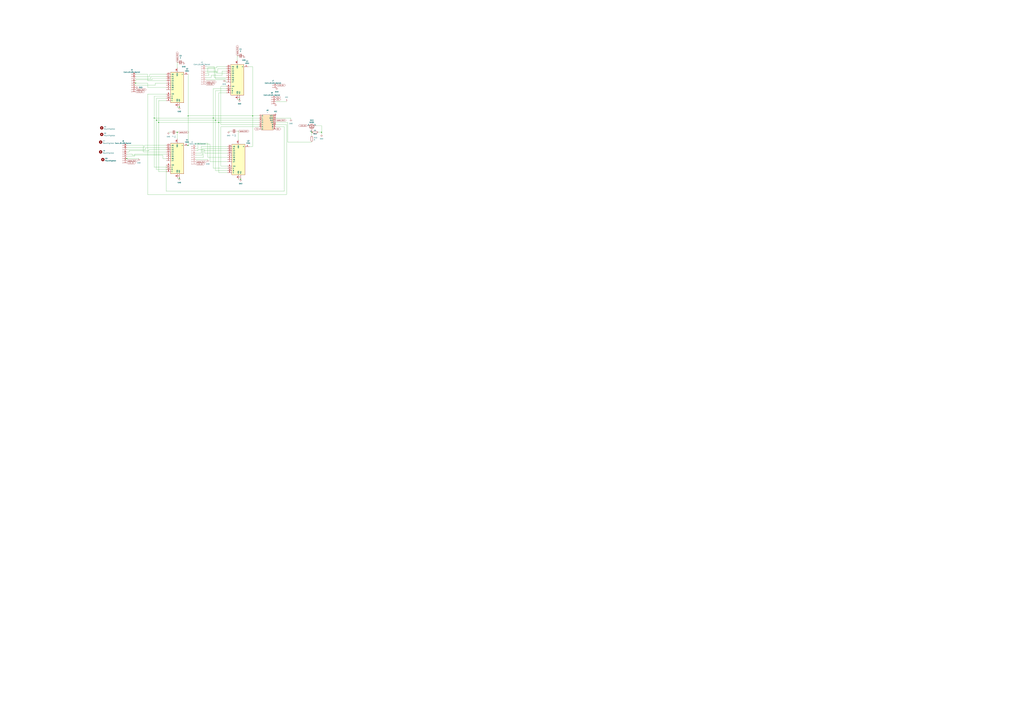
<source format=kicad_sch>
(kicad_sch (version 20250114) (generator "eeschema") (generator_version "9.0")
  (paper "A0")
  (lib_symbols
    (symbol "4xxx:4051" (pin_names (offset 1.016))
      (property "Reference" "U" (at -7.62 19.05 0))
      (property "Value" "4051" (at -7.62 -19.05 0))
      (symbol "4051_1_0"
        (pin passive line (at -12.7 15.24 0) (length 5.08) (name "X0") (number "13"))
        (pin passive line (at -12.7 12.7 0) (length 5.08) (name "X1") (number "14"))
        (pin passive line (at -12.7 10.16 0) (length 5.08) (name "X2") (number "15"))
        (pin passive line (at -12.7 7.62 0) (length 5.08) (name "X3") (number "12"))
        (pin passive line (at -12.7 5.08 0) (length 5.08) (name "X4") (number "1"))
        (pin passive line (at -12.7 2.54 0) (length 5.08) (name "X5") (number "5"))
        (pin passive line (at -12.7 0 0) (length 5.08) (name "X6") (number "2"))
        (pin passive line (at -12.7 -2.54 0) (length 5.08) (name "X7") (number "4"))
        (pin input line (at -12.7 -7.62 0) (length 5.08) (name "Inh") (number "6"))
        (pin input line (at -12.7 -10.16 0) (length 5.08) (name "A") (number "11"))
        (pin input line (at -12.7 -12.7 0) (length 5.08) (name "B") (number "10"))
        (pin input line (at -12.7 -15.24 0) (length 5.08) (name "C") (number "9"))
        (pin power_in line (at 0 22.86 270) (length 5.08) (name "VDD") (number "16"))
        (pin power_in line (at 0 -22.86 90) (length 5.08) (name "VSS") (number "8"))
        (pin power_in line (at 2.54 -22.86 90) (length 5.08) (name "VEE") (number "7"))
        (pin passive line (at 12.7 15.24 180) (length 5.08) (name "X") (number "3"))
      )
      (symbol "4051_1_1"
        (rectangle (start -7.62 17.78) (end 7.62 -17.78) (stroke (width 0.254)) (fill (type background)))
      )
    )
    (symbol "Connector:Conn_01x02_Socket" (pin_names (offset 1.016) (hide yes))
      (property "Reference" "J" (at 0 2.54 0))
      (property "Value" "Conn_01x02_Socket" (at 0 -5.08 0))
      (symbol "Conn_01x02_Socket_1_1"
        (polyline (pts (xy -1.27 0) (xy -0.508 0)) (stroke (width 0.1524)))
        (polyline (pts (xy -1.27 -2.54) (xy -0.508 -2.54)) (stroke (width 0.1524)))
        (arc (start 0 -0.508) (mid -0.5058 0) (end 0 0.508) (stroke (width 0.1524)))
        (arc (start 0 -3.048) (mid -0.5058 -2.54) (end 0 -2.032) (stroke (width 0.1524)))
        (pin passive line (at -5.08 0 0) (length 3.81) (name "Pin_1") (number "1"))
        (pin passive line (at -5.08 -2.54 0) (length 3.81) (name "Pin_2") (number "2"))
      )
    )
    (symbol "Connector:Conn_01x04_Socket" (pin_names (offset 1.016) (hide yes))
      (property "Reference" "J" (at 0 5.08 0))
      (property "Value" "Conn_01x04_Socket" (at 0 -7.62 0))
      (symbol "Conn_01x04_Socket_1_1"
        (polyline (pts (xy -1.27 2.54) (xy -0.508 2.54)) (stroke (width 0.1524)))
        (polyline (pts (xy -1.27 0) (xy -0.508 0)) (stroke (width 0.1524)))
        (polyline (pts (xy -1.27 -2.54) (xy -0.508 -2.54)) (stroke (width 0.1524)))
        (polyline (pts (xy -1.27 -5.08) (xy -0.508 -5.08)) (stroke (width 0.1524)))
        (arc (start 0 2.032) (mid -0.5058 2.54) (end 0 3.048) (stroke (width 0.1524)))
        (arc (start 0 -0.508) (mid -0.5058 0) (end 0 0.508) (stroke (width 0.1524)))
        (arc (start 0 -3.048) (mid -0.5058 -2.54) (end 0 -2.032) (stroke (width 0.1524)))
        (arc (start 0 -5.588) (mid -0.5058 -5.08) (end 0 -4.572) (stroke (width 0.1524)))
        (pin passive line (at -5.08 2.54 0) (length 3.81) (name "Pin_1") (number "1"))
        (pin passive line (at -5.08 0 0) (length 3.81) (name "Pin_2") (number "2"))
        (pin passive line (at -5.08 -2.54 0) (length 3.81) (name "Pin_3") (number "3"))
        (pin passive line (at -5.08 -5.08 0) (length 3.81) (name "Pin_4") (number "4"))
      )
    )
    (symbol "Connector:Conn_01x09_Socket" (pin_names (offset 1.016) (hide yes))
      (property "Reference" "J" (at 0 12.7 0))
      (property "Value" "Conn_01x09_Socket" (at 0 -12.7 0))
      (symbol "Conn_01x09_Socket_1_1"
        (polyline (pts (xy -1.27 10.16) (xy -0.508 10.16)) (stroke (width 0.1524)))
        (polyline (pts (xy -1.27 7.62) (xy -0.508 7.62)) (stroke (width 0.1524)))
        (polyline (pts (xy -1.27 5.08) (xy -0.508 5.08)) (stroke (width 0.1524)))
        (polyline (pts (xy -1.27 2.54) (xy -0.508 2.54)) (stroke (width 0.1524)))
        (polyline (pts (xy -1.27 0) (xy -0.508 0)) (stroke (width 0.1524)))
        (polyline (pts (xy -1.27 -2.54) (xy -0.508 -2.54)) (stroke (width 0.1524)))
        (polyline (pts (xy -1.27 -5.08) (xy -0.508 -5.08)) (stroke (width 0.1524)))
        (polyline (pts (xy -1.27 -7.62) (xy -0.508 -7.62)) (stroke (width 0.1524)))
        (polyline (pts (xy -1.27 -10.16) (xy -0.508 -10.16)) (stroke (width 0.1524)))
        (arc (start 0 9.652) (mid -0.5058 10.16) (end 0 10.668) (stroke (width 0.1524)))
        (arc (start 0 7.112) (mid -0.5058 7.62) (end 0 8.128) (stroke (width 0.1524)))
        (arc (start 0 4.572) (mid -0.5058 5.08) (end 0 5.588) (stroke (width 0.1524)))
        (arc (start 0 2.032) (mid -0.5058 2.54) (end 0 3.048) (stroke (width 0.1524)))
        (arc (start 0 -0.508) (mid -0.5058 0) (end 0 0.508) (stroke (width 0.1524)))
        (arc (start 0 -3.048) (mid -0.5058 -2.54) (end 0 -2.032) (stroke (width 0.1524)))
        (arc (start 0 -5.588) (mid -0.5058 -5.08) (end 0 -4.572) (stroke (width 0.1524)))
        (arc (start 0 -8.128) (mid -0.5058 -7.62) (end 0 -7.112) (stroke (width 0.1524)))
        (arc (start 0 -10.668) (mid -0.5058 -10.16) (end 0 -9.652) (stroke (width 0.1524)))
        (pin passive line (at -5.08 10.16 0) (length 3.81) (name "Pin_1") (number "1"))
        (pin passive line (at -5.08 7.62 0) (length 3.81) (name "Pin_2") (number "2"))
        (pin passive line (at -5.08 5.08 0) (length 3.81) (name "Pin_3") (number "3"))
        (pin passive line (at -5.08 2.54 0) (length 3.81) (name "Pin_4") (number "4"))
        (pin passive line (at -5.08 0 0) (length 3.81) (name "Pin_5") (number "5"))
        (pin passive line (at -5.08 -2.54 0) (length 3.81) (name "Pin_6") (number "6"))
        (pin passive line (at -5.08 -5.08 0) (length 3.81) (name "Pin_7") (number "7"))
        (pin passive line (at -5.08 -7.62 0) (length 3.81) (name "Pin_8") (number "8"))
        (pin passive line (at -5.08 -10.16 0) (length 3.81) (name "Pin_9") (number "9"))
      )
    )
    (symbol "Device:C" (pin_numbers (hide yes)) (pin_names (offset 0.254))
      (property "Reference" "C" (at 0.635 2.54 0))
      (property "Value" "C" (at 0.635 -2.54 0))
      (symbol "C_0_1"
        (polyline (pts (xy -2.032 0.762) (xy 2.032 0.762)) (stroke (width 0.508)))
        (polyline (pts (xy -2.032 -0.762) (xy 2.032 -0.762)) (stroke (width 0.508)))
      )
      (symbol "C_1_1"
        (pin passive line (at 0 3.81 270) (length 2.794) (name "~") (number "1"))
        (pin passive line (at 0 -3.81 90) (length 2.794) (name "~") (number "2"))
      )
    )
    (symbol "Device:R" (pin_numbers (hide yes)) (pin_names (offset 0))
      (property "Reference" "R" (at 2.032 0 90))
      (property "Value" "R" (at 0 0 90))
      (symbol "R_0_1"
        (rectangle (start -1.016 -2.54) (end 1.016 2.54) (stroke (width 0.254)))
      )
      (symbol "R_1_1"
        (pin passive line (at 0 3.81 270) (length 1.27) (name "~") (number "1"))
        (pin passive line (at 0 -3.81 90) (length 1.27) (name "~") (number "2"))
      )
    )
    (symbol "Mechanical:MountingHole" (pin_names (offset 1.016)) (in_bom no)
      (property "Reference" "H" (at 0 5.08 0))
      (property "Value" "MountingHole" (at 0 3.175 0))
      (symbol "MountingHole_0_1"
        (circle (center 0 0) (radius 1.27) (stroke (width 1.27)))
      )
    )
    (symbol "Simulation_SPICE:NMOS" (pin_numbers (hide yes)) (pin_names (offset 0))
      (property "Reference" "Q" (at 5.08 1.27 0))
      (property "Value" "NMOS" (at 5.08 -1.27 0))
      (symbol "NMOS_0_1"
        (polyline (pts (xy 0.254 1.905) (xy 0.254 -1.905)) (stroke (width 0.254)))
        (polyline (pts (xy 0.254 0) (xy -2.54 0)))
        (polyline (pts (xy 0.762 2.286) (xy 0.762 1.27)) (stroke (width 0.254)))
        (polyline (pts (xy 0.762 0.508) (xy 0.762 -0.508)) (stroke (width 0.254)))
        (polyline (pts (xy 0.762 -1.27) (xy 0.762 -2.286)) (stroke (width 0.254)))
        (polyline (pts (xy 0.762 -1.778) (xy 3.302 -1.778) (xy 3.302 1.778) (xy 0.762 1.778)))
        (polyline (pts (xy 1.016 0) (xy 2.032 0.381) (xy 2.032 -0.381) (xy 1.016 0)) (fill (type outline)))
        (circle (center 1.651 0) (radius 2.794) (stroke (width 0.254)))
        (polyline (pts (xy 2.54 2.54) (xy 2.54 1.778)))
        (circle (center 2.54 1.778) (radius 0.254) (fill (type outline)))
        (circle (center 2.54 -1.778) (radius 0.254) (fill (type outline)))
        (polyline (pts (xy 2.54 -2.54) (xy 2.54 0) (xy 0.762 0)))
        (polyline (pts (xy 2.794 0.508) (xy 2.921 0.381) (xy 3.683 0.381) (xy 3.81 0.254)))
        (polyline (pts (xy 3.302 0.381) (xy 2.921 -0.254) (xy 3.683 -0.254) (xy 3.302 0.381)))
      )
      (symbol "NMOS_1_1"
        (pin input line (at -5.08 0 0) (length 2.54) (name "G") (number "2"))
        (pin passive line (at 2.54 5.08 270) (length 2.54) (name "D") (number "1"))
        (pin passive line (at 2.54 -5.08 90) (length 2.54) (name "S") (number "3"))
      )
    )
    (symbol "power:GND" (power) (pin_numbers (hide yes)) (pin_names (offset 0) (hide yes))
      (property "Value" "GND" (at 0 -3.81 0))
      (symbol "GND_0_1"
        (polyline (pts (xy 0 0) (xy 0 -1.27) (xy 1.27 -1.27) (xy 0 -2.54) (xy -1.27 -1.27) (xy 0 -1.27)))
      )
      (symbol "GND_1_1"
        (pin power_in line (at 0 0 270) (length 0) (name "~") (number "1"))
      )
    )
    (symbol "power:VCC" (power) (pin_numbers (hide yes)) (pin_names (offset 0) (hide yes))
      (property "Value" "VCC" (at 0 3.556 0))
      (symbol "VCC_0_1"
        (polyline (pts (xy -0.762 1.27) (xy 0 2.54)))
        (polyline (pts (xy 0 2.54) (xy 0.762 1.27)))
        (polyline (pts (xy 0 0) (xy 0 2.54)))
      )
      (symbol "VCC_1_1"
        (pin power_in line (at 0 0 90) (length 0) (name "~") (number "1"))
      )
    )
    (symbol "seeduino:seeduino_xiao"
      (property "Reference" "U" (at 0 8.382 0))
      (symbol "seeduino_xiao_1_1"
        (polyline (pts (xy -6.35 6.35) (xy -6.35 -11.43) (xy 7.62 -11.43) (xy 7.62 6.35) (xy -6.35 6.35)) (fill (type color) (color 255 229 186 1)))
        (pin bidirectional line (at -8.89 5.08 0) (length 2.54) (name "0") (number "1"))
        (pin bidirectional line (at -8.89 2.54 0) (length 2.54) (name "1") (number "2"))
        (pin bidirectional line (at -8.89 0 0) (length 2.54) (name "2") (number "3"))
        (pin bidirectional line (at -8.89 -2.54 0) (length 2.54) (name "3") (number "4"))
        (pin bidirectional line (at -8.89 -5.08 0) (length 2.54) (name "4") (number "5"))
        (pin bidirectional line (at -8.89 -7.62 0) (length 2.54) (name "5") (number "6"))
        (pin bidirectional line (at -8.89 -10.16 0) (length 2.54) (name "6") (number "7"))
        (pin input line (at 10.16 5.08 180) (length 2.54) (name "VCC") (number "14"))
        (pin input line (at 10.16 2.54 180) (length 2.54) (name "GND") (number "13"))
        (pin input line (at 10.16 0 180) (length 2.54) (name "3v3") (number "12"))
        (pin bidirectional line (at 10.16 -2.54 180) (length 2.54) (name "10") (number "11"))
        (pin bidirectional line (at 10.16 -5.08 180) (length 2.54) (name "9") (number "10"))
        (pin bidirectional line (at 10.16 -7.62 180) (length 2.54) (name "8") (number "9"))
        (pin bidirectional line (at 10.16 -10.16 180) (length 2.54) (name "7") (number "8"))
      )
    )
  )
  (junction (at 147.32 184.15))
  (junction (at 181.61 139.7))
  (junction (at 293.37 134.62))
  (junction (at 218.44 168.91))
  (junction (at 361.95 153.67))
  (junction (at 373.38 153.67))
  (junction (at 218.44 134.62))
  (junction (at 279.4 208.28))
  (junction (at 250.19 139.7))
  (junction (at 205.74 153.67))
  (junction (at 157.48 96.52))
  (junction (at 247.65 137.16))
  (junction (at 254 142.24))
  (junction (at 208.28 124.46))
  (junction (at 184.15 142.24))
  (junction (at 208.28 207.01))
  (junction (at 179.07 137.16))
  (junction (at 278.13 115.57))
  (wire (pts (xy 193.04 191.77) (xy 193.04 222.25)))
  (wire (pts (xy 361.95 153.67) (xy 361.95 157.48)))
  (wire (pts (xy 254 142.24) (xy 254 107.95)))
  (wire (pts (xy 193.04 222.25) (xy 330.2 222.25)))
  (wire (pts (xy 264.16 195.58) (xy 247.65 195.58)))
  (wire (pts (xy 264.16 200.66) (xy 254 200.66)))
  (wire (pts (xy 157.48 96.52) (xy 171.45 96.52)))
  (wire (pts (xy 254 142.24) (xy 300.99 142.24)))
  (wire (pts (xy 241.3 85.09) (xy 238.76 85.09)))
  (wire (pts (xy 172.72 173.99) (xy 172.72 175.26)))
  (wire (pts (xy 293.37 77.47) (xy 293.37 134.62)))
  (wire (pts (xy 153.67 180.34) (xy 189.23 180.34)))
  (wire (pts (xy 373.38 146.05) (xy 373.38 153.67)))
  (wire (pts (xy 251.46 82.55) (xy 238.76 82.55)))
  (wire (pts (xy 248.92 90.17) (xy 248.92 77.47)))
  (wire (pts (xy 179.07 194.31) (xy 193.04 194.31)))
  (wire (pts (xy 264.16 193.04) (xy 256.54 193.04)))
  (wire (pts (xy 300.99 139.7) (xy 250.19 139.7)))
  (wire (pts (xy 156.21 96.52) (xy 157.48 96.52)))
  (wire (pts (xy 176.53 92.71) (xy 157.48 92.71)))
  (wire (pts (xy 262.89 90.17) (xy 248.92 90.17)))
  (wire (pts (xy 252.73 80.01) (xy 252.73 83.82)))
  (wire (pts (xy 245.11 87.63) (xy 257.81 87.63)))
  (wire (pts (xy 189.23 180.34) (xy 189.23 184.15)))
  (wire (pts (xy 276.86 208.28) (xy 279.4 208.28)))
  (wire (pts (xy 247.65 195.58) (xy 247.65 137.16)))
  (wire (pts (xy 288.29 77.47) (xy 293.37 77.47)))
  (wire (pts (xy 193.04 86.36) (xy 173.99 86.36)))
  (wire (pts (xy 247.65 102.87) (xy 262.89 102.87)))
  (wire (pts (xy 234.95 172.72) (xy 234.95 180.34)))
  (wire (pts (xy 238.76 90.17) (xy 245.11 90.17)))
  (wire (pts (xy 181.61 114.3) (xy 193.04 114.3)))
  (wire (pts (xy 248.92 77.47) (xy 238.76 77.47)))
  (wire (pts (xy 157.48 99.06) (xy 180.34 99.06)))
  (wire (pts (xy 247.65 137.16) (xy 300.99 137.16)))
  (wire (pts (xy 293.37 134.62) (xy 300.99 134.62)))
  (wire (pts (xy 180.34 96.52) (xy 193.04 96.52)))
  (wire (pts (xy 234.95 180.34) (xy 227.33 180.34)))
  (wire (pts (xy 149.86 176.53) (xy 147.32 176.53)))
  (wire (pts (xy 153.67 179.07) (xy 153.67 180.34)))
  (wire (pts (xy 205.74 153.67) (xy 207.01 153.67)))
  (wire (pts (xy 262.89 80.01) (xy 252.73 80.01)))
  (wire (pts (xy 227.33 166.37) (xy 227.33 170.18)))
  (wire (pts (xy 184.15 142.24) (xy 184.15 199.39)))
  (wire (pts (xy 237.49 173.99) (xy 229.87 173.99)))
  (wire (pts (xy 181.61 139.7) (xy 181.61 114.3)))
  (wire (pts (xy 193.04 101.6) (xy 171.45 101.6)))
  (wire (pts (xy 245.11 90.17) (xy 245.11 87.63)))
  (wire (pts (xy 241.3 166.37) (xy 227.33 166.37)))
  (wire (pts (xy 193.04 116.84) (xy 184.15 116.84)))
  (wire (pts (xy 320.04 118.11) (xy 332.74 118.11)))
  (wire (pts (xy 147.32 168.91) (xy 166.37 168.91)))
  (wire (pts (xy 193.04 91.44) (xy 176.53 91.44)))
  (wire (pts (xy 193.04 111.76) (xy 179.07 111.76)))
  (wire (pts (xy 241.3 182.88) (xy 241.3 166.37)))
  (wire (pts (xy 181.61 139.7) (xy 250.19 139.7)))
  (wire (pts (xy 330.2 147.32) (xy 320.04 147.32)))
  (wire (pts (xy 176.53 91.44) (xy 176.53 92.71)))
  (wire (pts (xy 241.3 78.74) (xy 241.3 85.09)))
  (wire (pts (xy 251.46 78.74) (xy 241.3 78.74)))
  (wire (pts (xy 330.2 222.25) (xy 330.2 147.32)))
  (wire (pts (xy 175.26 91.44) (xy 157.48 91.44)))
  (wire (pts (xy 167.64 171.45) (xy 147.32 171.45)))
  (wire (pts (xy 166.37 176.53) (xy 193.04 176.53)))
  (wire (pts (xy 236.22 182.88) (xy 227.33 182.88)))
  (wire (pts (xy 193.04 93.98) (xy 171.45 93.98)))
  (wire (pts (xy 334.01 165.1) (xy 334.01 142.24)))
  (wire (pts (xy 250.19 91.44) (xy 250.19 80.01)))
  (wire (pts (xy 184.15 199.39) (xy 193.04 199.39)))
  (wire (pts (xy 332.74 144.78) (xy 332.74 226.06)))
  (wire (pts (xy 181.61 196.85) (xy 181.61 139.7)))
  (wire (pts (xy 256.54 144.78) (xy 256.54 100.33)))
  (wire (pts (xy 171.45 109.22) (xy 193.04 109.22)))
  (wire (pts (xy 250.19 139.7) (xy 250.19 198.12)))
  (wire (pts (xy 205.74 153.67) (xy 205.74 161.29)))
  (wire (pts (xy 157.48 92.71) (xy 157.48 93.98)))
  (wire (pts (xy 275.59 152.4) (xy 276.86 152.4)))
  (wire (pts (xy 147.32 184.15) (xy 161.29 184.15)))
  (wire (pts (xy 254 200.66) (xy 254 142.24)))
  (wire (pts (xy 247.65 137.16) (xy 247.65 102.87)))
  (wire (pts (xy 320.04 144.78) (xy 332.74 144.78)))
  (wire (pts (xy 175.26 88.9) (xy 175.26 91.44)))
  (wire (pts (xy 168.91 171.45) (xy 168.91 173.99)))
  (wire (pts (xy 218.44 134.62) (xy 293.37 134.62)))
  (wire (pts (xy 189.23 184.15) (xy 193.04 184.15)))
  (wire (pts (xy 293.37 134.62) (xy 293.37 170.18)))
  (wire (pts (xy 256.54 100.33) (xy 262.89 100.33)))
  (wire (pts (xy 233.68 177.8) (xy 227.33 177.8)))
  (wire (pts (xy 237.49 177.8) (xy 237.49 173.99)))
  (wire (pts (xy 238.76 80.01) (xy 250.19 80.01)))
  (wire (pts (xy 167.64 168.91) (xy 167.64 171.45)))
  (wire (pts (xy 337.82 137.16) (xy 337.82 138.43)))
  (wire (pts (xy 252.73 83.82) (xy 242.57 83.82)))
  (wire (pts (xy 229.87 173.99) (xy 229.87 175.26)))
  (wire (pts (xy 334.01 142.24) (xy 320.04 142.24)))
  (wire (pts (xy 146.05 184.15) (xy 147.32 184.15)))
  (wire (pts (xy 147.32 179.07) (xy 153.67 179.07)))
  (wire (pts (xy 179.07 111.76) (xy 179.07 137.16)))
  (wire (pts (xy 238.76 92.71) (xy 260.35 92.71)))
  (wire (pts (xy 184.15 142.24) (xy 254 142.24)))
  (wire (pts (xy 320.04 137.16) (xy 337.82 137.16)))
  (wire (pts (xy 229.87 175.26) (xy 227.33 175.26)))
  (wire (pts (xy 171.45 93.98) (xy 171.45 86.36)))
  (wire (pts (xy 264.16 172.72) (xy 234.95 172.72)))
  (wire (pts (xy 205.74 207.01) (xy 208.28 207.01)))
  (wire (pts (xy 261.62 91.44) (xy 250.19 91.44)))
  (wire (pts (xy 171.45 226.06) (xy 171.45 109.22)))
  (wire (pts (xy 149.86 175.26) (xy 149.86 176.53)))
  (wire (pts (xy 179.07 137.16) (xy 179.07 194.31)))
  (wire (pts (xy 227.33 185.42) (xy 241.3 185.42)))
  (wire (pts (xy 262.89 105.41) (xy 250.19 105.41)))
  (wire (pts (xy 193.04 196.85) (xy 181.61 196.85)))
  (wire (pts (xy 332.74 226.06) (xy 171.45 226.06)))
  (wire (pts (xy 367.03 146.05) (xy 373.38 146.05)))
  (wire (pts (xy 373.38 153.67) (xy 373.38 156.21)))
  (wire (pts (xy 243.84 187.96) (xy 243.84 167.64)))
  (wire (pts (xy 254 107.95) (xy 262.89 107.95)))
  (wire (pts (xy 275.59 64.77) (xy 275.59 69.85)))
  (wire (pts (xy 233.68 170.18) (xy 233.68 177.8)))
  (wire (pts (xy 265.43 152.4) (xy 267.97 152.4)))
  (wire (pts (xy 243.84 167.64) (xy 229.87 167.64)))
  (wire (pts (xy 264.16 182.88) (xy 241.3 182.88)))
  (wire (pts (xy 250.19 105.41) (xy 250.19 139.7)))
  (wire (pts (xy 172.72 175.26) (xy 149.86 175.26)))
  (wire (pts (xy 193.04 88.9) (xy 175.26 88.9)))
  (wire (pts (xy 251.46 77.47) (xy 251.46 78.74)))
  (wire (pts (xy 264.16 177.8) (xy 237.49 177.8)))
  (wire (pts (xy 275.59 115.57) (xy 278.13 115.57)))
  (wire (pts (xy 262.89 95.25) (xy 261.62 95.25)))
  (wire (pts (xy 173.99 86.36) (xy 173.99 88.9)))
  (wire (pts (xy 242.57 87.63) (xy 238.76 87.63)))
  (wire (pts (xy 205.74 124.46) (xy 208.28 124.46)))
  (wire (pts (xy 293.37 170.18) (xy 289.56 170.18)))
  (wire (pts (xy 264.16 170.18) (xy 233.68 170.18)))
  (wire (pts (xy 156.21 179.07) (xy 156.21 181.61)))
  (wire (pts (xy 264.16 175.26) (xy 236.22 175.26)))
  (wire (pts (xy 236.22 175.26) (xy 236.22 182.88)))
  (wire (pts (xy 250.19 198.12) (xy 264.16 198.12)))
  (wire (pts (xy 229.87 167.64) (xy 229.87 172.72)))
  (wire (pts (xy 251.46 85.09) (xy 251.46 82.55)))
  (wire (pts (xy 369.57 153.67) (xy 373.38 153.67)))
  (wire (pts (xy 276.86 152.4) (xy 276.86 162.56)))
  (wire (pts (xy 242.57 83.82) (xy 242.57 87.63)))
  (wire (pts (xy 300.99 144.78) (xy 256.54 144.78)))
  (wire (pts (xy 262.89 77.47) (xy 251.46 77.47)))
  (wire (pts (xy 205.74 72.39) (xy 205.74 78.74)))
  (wire (pts (xy 264.16 187.96) (xy 243.84 187.96)))
  (wire (pts (xy 168.91 173.99) (xy 147.32 173.99)))
  (wire (pts (xy 229.87 172.72) (xy 227.33 172.72)))
  (wire (pts (xy 179.07 137.16) (xy 247.65 137.16)))
  (wire (pts (xy 257.81 87.63) (xy 257.81 82.55)))
  (wire (pts (xy 256.54 193.04) (xy 256.54 147.32)))
  (wire (pts (xy 218.44 86.36) (xy 218.44 134.62)))
  (wire (pts (xy 180.34 99.06) (xy 180.34 96.52)))
  (wire (pts (xy 193.04 173.99) (xy 172.72 173.99)))
  (wire (pts (xy 257.81 82.55) (xy 262.89 82.55)))
  (wire (pts (xy 262.89 85.09) (xy 251.46 85.09)))
  (wire (pts (xy 217.17 168.91) (xy 218.44 168.91)))
  (wire (pts (xy 166.37 168.91) (xy 166.37 176.53)))
  (wire (pts (xy 173.99 88.9) (xy 157.48 88.9)))
  (wire (pts (xy 361.95 165.1) (xy 334.01 165.1)))
  (wire (pts (xy 184.15 116.84) (xy 184.15 142.24)))
  (wire (pts (xy 171.45 101.6) (xy 171.45 96.52)))
  (wire (pts (xy 261.62 95.25) (xy 261.62 91.44)))
  (wire (pts (xy 193.04 179.07) (xy 156.21 179.07)))
  (wire (pts (xy 195.58 153.67) (xy 198.12 153.67)))
  (wire (pts (xy 256.54 147.32) (xy 300.99 147.32)))
  (wire (pts (xy 156.21 181.61) (xy 147.32 181.61)))
  (wire (pts (xy 193.04 168.91) (xy 167.64 168.91)))
  (wire (pts (xy 218.44 134.62) (xy 218.44 168.91)))
  (wire (pts (xy 193.04 171.45) (xy 168.91 171.45)))
  (wire (pts (xy 171.45 86.36) (xy 157.48 86.36)))
  (global_label "RX" (shape bidirectional) (at 320.04 115.57 0) (property "Intersheetrefs" "${INTERSHEET_REFS}" (effects (hide yes))))
  (global_label "seed_3v3" (shape bidirectional) (at 276.86 152.4 0) (property "Intersheetrefs" "${INTERSHEET_REFS}" (effects (hide yes))))
  (global_label "seed_3v3" (shape bidirectional) (at 147.32 186.69 0) (property "Intersheetrefs" "${INTERSHEET_REFS}" (effects (hide yes))))
  (global_label "LED_5V" (shape bidirectional) (at 227.33 190.5 0) (property "Intersheetrefs" "${INTERSHEET_REFS}" (effects (hide yes))))
  (global_label "seed_3v3" (shape bidirectional) (at 157.48 104.14 0) (property "Intersheetrefs" "${INTERSHEET_REFS}" (effects (hide yes))))
  (global_label "LED_5V" (shape bidirectional) (at 157.48 106.68 0) (property "Intersheetrefs" "${INTERSHEET_REFS}" (effects (hide yes))))
  (global_label "seed_3v3" (shape bidirectional) (at 320.04 139.7 0) (property "Intersheetrefs" "${INTERSHEET_REFS}" (effects (hide yes))))
  (global_label "seed_3v3" (shape bidirectional) (at 207.01 153.67 0) (property "Intersheetrefs" "${INTERSHEET_REFS}" (effects (hide yes))))
  (global_label "TX" (shape bidirectional) (at 320.04 113.03 0) (property "Intersheetrefs" "${INTERSHEET_REFS}" (effects (hide yes))))
  (global_label "RX" (shape bidirectional) (at 320.04 149.86 0) (property "Intersheetrefs" "${INTERSHEET_REFS}" (effects (hide yes))))
  (global_label "seed_3v3" (shape bidirectional) (at 238.76 95.25 0) (property "Intersheetrefs" "${INTERSHEET_REFS}" (effects (hide yes))))
  (global_label "seed_3v3" (shape bidirectional) (at 205.74 72.39 90) (property "Intersheetrefs" "${INTERSHEET_REFS}" (effects (hide yes))))
  (global_label "LED_5V" (shape bidirectional) (at 321.31 99.06 0) (property "Intersheetrefs" "${INTERSHEET_REFS}" (effects (hide yes))))
  (global_label "seed_3v3" (shape bidirectional) (at 275.59 64.77 90) (property "Intersheetrefs" "${INTERSHEET_REFS}" (effects (hide yes))))
  (global_label "TX" (shape bidirectional) (at 300.99 149.86 180) (property "Intersheetrefs" "${INTERSHEET_REFS}" (effects (hide yes))))
  (global_label "LED_5V" (shape bidirectional) (at 147.32 189.23 0) (property "Intersheetrefs" "${INTERSHEET_REFS}" (effects (hide yes))))
  (global_label "seed_3v3" (shape bidirectional) (at 227.33 187.96 0) (property "Intersheetrefs" "${INTERSHEET_REFS}" (effects (hide yes))))
  (global_label "LED_5V" (shape bidirectional) (at 356.87 146.05 180) (property "Intersheetrefs" "${INTERSHEET_REFS}" (effects (hide yes))))
  (global_label "LED_5V" (shape bidirectional) (at 238.76 97.79 0) (property "Intersheetrefs" "${INTERSHEET_REFS}" (effects (hide yes))))
  (symbol (lib_id "power:GND") (at 208.28 124.46 0) (unit 1)
    (property "Reference" "#PWR014" (effects (hide yes)))
    (property "Value" "GND" (at 208.28 129.54 0))
    (property "Description" "Power symbol creates a global label with name \"GND\" , ground" (effects (hide yes)))
  )
  (symbol (lib_id "4xxx:4051") (at 205.74 101.6 0) (unit 1)
    (property "Reference" "U3" (at 217.17 79.9398 0))
    (property "Value" "4051" (at 217.17 82.4798 0))
    (property "Footprint" "Pinsocket_and_pinheader:CERDIP-16_W7.62mm_SideBrazed_LongPads_pin_EDITED" (effects (hide yes)))
    (property "Datasheet" "http://www.intersil.com/content/dam/Intersil/documents/cd40/cd4051bms-52bms-53bms.pdf" (effects (hide yes)))
    (property "Description" "Analog Multiplexer 8 to 1 lins" (effects (hide yes)))
  )
  (symbol (lib_id "Mechanical:MountingHole") (at 118.11 148.59 0) (unit 1) (in_bom no)
    (property "Reference" "H5" (at 120.65 147.3199 0) (effects (justify left)))
    (property "Value" "MountingHole" (at 120.65 149.8599 0) (effects (justify left)))
    (property "Footprint" "MountingHole:MountingHole_3.2mm_M3" (effects (hide yes)))
    (property "Description" "Mounting Hole without connection" (effects (hide yes)))
  )
  (symbol (lib_id "Connector:Conn_01x02_Socket") (at 316.23 101.6 180) (unit 1)
    (property "Reference" "J7" (at 316.865 93.98 0))
    (property "Value" "Conn_01x02_Socket" (at 316.865 96.52 0))
    (property "Footprint" "Connector_JST:JST_XH_S2B-XH-A-1_1x02_P2.50mm_Horizontal" (effects (hide yes)))
    (property "Description" "Generic connector, single row, 01x02, script generated" (effects (hide yes)))
  )
  (symbol (lib_id "power:GND") (at 241.3 185.42 0) (unit 1)
    (property "Reference" "#PWR01" (effects (hide yes)))
    (property "Value" "GND" (at 241.3 190.5 0))
    (property "Description" "Power symbol creates a global label with name \"GND\" , ground" (effects (hide yes)))
  )
  (symbol (lib_id "power:GND") (at 283.21 64.77 0) (unit 1)
    (property "Reference" "#PWR07" (effects (hide yes)))
    (property "Value" "GND" (at 283.21 69.85 0))
    (property "Description" "Power symbol creates a global label with name \"GND\" , ground" (effects (hide yes)))
  )
  (symbol (lib_id "Simulation_SPICE:NMOS") (at 361.95 148.59 90) (unit 1)
    (property "Reference" "Q13" (at 361.95 139.7 90))
    (property "Value" "NMOS" (at 361.95 142.24 90))
    (property "Footprint" "Package_TO_SOT_THT:TO-251-3-1EP_Horizontal_TabDown" (effects (hide yes)))
    (property "Datasheet" "https://ngspice.sourceforge.io/docs/ngspice-html-manual/manual.xhtml#cha_MOSFETs" (effects (hide yes)))
    (property "Description" "N-MOSFET transistor, drain/source/gate" (effects (hide yes)))
    (property "Sim.Device" "NMOS" (effects (hide yes)))
    (property "Sim.Type" "VDMOS" (effects (hide yes)))
    (property "Sim.Pins" "1=D 2=G 3=S" (effects (hide yes)))
  )
  (symbol (lib_id "power:GND") (at 321.31 101.6 0) (unit 1)
    (property "Reference" "#PWR08" (effects (hide yes)))
    (property "Value" "GND" (at 321.31 106.68 0))
    (property "Description" "Power symbol creates a global label with name \"GND\" , ground" (effects (hide yes)))
  )
  (symbol (lib_id "Device:R") (at 365.76 153.67 90) (unit 1)
    (property "Reference" "R14" (at 366.014 155.702 90))
    (property "Value" "R" (at 365.76 151.638 90))
    (property "Footprint" "Resistor_THT:R_Axial_DIN0207_L6.3mm_D2.5mm_P10.16mm_Horizontal" (effects (hide yes)))
    (property "Description" "Resistor" (effects (hide yes)))
  )
  (symbol (lib_id "power:GND") (at 161.29 184.15 0) (unit 1)
    (property "Reference" "#PWR05" (effects (hide yes)))
    (property "Value" "GND" (at 161.29 189.23 0))
    (property "Description" "Power symbol creates a global label with name \"GND\" , ground" (effects (hide yes)))
  )
  (symbol (lib_id "Mechanical:MountingHole") (at 116.84 165.1 0) (unit 1) (in_bom no)
    (property "Reference" "H7" (at 119.38 163.8299 0) (effects (justify left)))
    (property "Value" "MountingHole" (at 119.38 166.3699 0) (effects (justify left)))
    (property "Footprint" "MountingHole:MountingHole_3.2mm_M3" (effects (hide yes)))
    (property "Description" "Mounting Hole without connection" (effects (hide yes)))
  )
  (symbol (lib_id "Device:C") (at 209.55 72.39 90) (unit 1)
    (property "Reference" "C3" (at 209.55 64.77 90))
    (property "Value" "C" (at 209.55 67.31 90))
    (property "Footprint" "Capacitor_SMD:C_0603_1608Metric" (effects (hide yes)))
    (property "Description" "Unpolarized capacitor" (effects (hide yes)))
  )
  (symbol (lib_id "power:GND") (at 320.04 120.65 0) (unit 1)
    (property "Reference" "#PWR011" (effects (hide yes)))
    (property "Value" "GND" (effects (hide yes)))
    (property "Description" "Power symbol creates a global label with name \"GND\" , ground" (effects (hide yes)))
  )
  (symbol (lib_id "Device:R") (at 361.95 161.29 0) (unit 1)
    (property "Reference" "R13" (at 364.49 160.0199 0) (effects (justify left)))
    (property "Value" "R" (at 364.49 162.5599 0) (effects (justify left)))
    (property "Footprint" "Resistor_THT:R_Axial_DIN0207_L6.3mm_D2.5mm_P10.16mm_Horizontal" (effects (hide yes)))
    (property "Description" "Resistor" (effects (hide yes)))
  )
  (symbol (lib_id "power:GND") (at 278.13 115.57 0) (unit 1)
    (property "Reference" "#PWR013" (effects (hide yes)))
    (property "Value" "GND" (at 278.13 120.65 0))
    (property "Description" "Power symbol creates a global label with name \"GND\" , ground" (effects (hide yes)))
  )
  (symbol (lib_id "4xxx:4051") (at 205.74 184.15 0) (unit 1)
    (property "Reference" "U4" (at 217.17 162.4898 0))
    (property "Value" "4051" (at 217.17 165.0298 0))
    (property "Footprint" "Pinsocket_and_pinheader:CERDIP-16_W7.62mm_SideBrazed_LongPads_pin_EDITED" (effects (hide yes)))
    (property "Datasheet" "http://www.intersil.com/content/dam/Intersil/documents/cd40/cd4051bms-52bms-53bms.pdf" (effects (hide yes)))
    (property "Description" "Analog Multiplexer 8 to 1 lins" (effects (hide yes)))
  )
  (symbol (lib_id "Connector:Conn_01x09_Socket") (at 142.24 179.07 180) (unit 1)
    (property "Reference" "J6" (at 142.875 163.83 0))
    (property "Value" "Conn_01x09_Socket" (at 142.875 166.37 0))
    (property "Footprint" "Pinsocket_and_pinheader:PinHeader_1x09_P2.54mm_Horizontal_EDITED" (effects (hide yes)))
    (property "Description" "Generic connector, single row, 01x09, script generated" (effects (hide yes)))
  )
  (symbol (lib_id "power:GND") (at 279.4 208.28 0) (unit 1)
    (property "Reference" "#PWR016" (effects (hide yes)))
    (property "Value" "GND" (at 279.4 213.36 0))
    (property "Description" "Power symbol creates a global label with name \"GND\" , ground" (effects (hide yes)))
  )
  (symbol (lib_id "Device:C") (at 271.78 152.4 270) (unit 1)
    (property "Reference" "C2" (at 273.0501 156.21 0) (effects (justify left)))
    (property "Value" "C" (at 270.5101 156.21 0) (effects (justify left)))
    (property "Footprint" "Capacitor_SMD:C_0603_1608Metric" (effects (hide yes)))
    (property "Description" "Unpolarized capacitor" (effects (hide yes)))
  )
  (symbol (lib_id "power:VCC") (at 332.74 118.11 0) (unit 1)
    (property "Reference" "#PWR012" (effects (hide yes)))
    (property "Value" "VCC" (at 332.74 113.03 0))
    (property "Description" "Power symbol creates a global label with name \"VCC\"" (effects (hide yes)))
  )
  (symbol (lib_id "power:GND") (at 337.82 138.43 0) (unit 1)
    (property "Reference" "#PWR03" (effects (hide yes)))
    (property "Value" "GND" (at 337.82 143.51 0))
    (property "Description" "Power symbol creates a global label with name \"GND\" , ground" (effects (hide yes)))
  )
  (symbol (lib_id "seeduino:seeduino_xiao") (at 309.88 139.7 0) (unit 1)
    (property "Reference" "U5" (at 310.515 128.27 0))
    (property "Value" "~" (at 310.515 130.81 0))
    (property "Footprint" "seeeduino:名称未設定" (effects (hide yes)))
  )
  (symbol (lib_id "Connector:Conn_01x04_Socket") (at 314.96 118.11 180) (unit 1)
    (property "Reference" "J8" (at 315.595 107.95 0))
    (property "Value" "Conn_01x04_Socket" (at 315.595 110.49 0))
    (property "Footprint" "Connector_JST:JST_XH_S4B-XH-A-1_1x04_P2.50mm_Horizontal" (effects (hide yes)))
    (property "Description" "Generic connector, single row, 01x04, script generated" (effects (hide yes)))
  )
  (symbol (lib_id "power:GND") (at 213.36 72.39 0) (unit 1)
    (property "Reference" "#PWR017" (effects (hide yes)))
    (property "Value" "GND" (at 213.36 77.47 0))
    (property "Description" "Power symbol creates a global label with name \"GND\" , ground" (effects (hide yes)))
  )
  (symbol (lib_id "4xxx:4051") (at 276.86 185.42 0) (unit 1)
    (property "Reference" "U2" (at 288.29 163.7598 0))
    (property "Value" "4051" (at 288.29 166.2998 0))
    (property "Footprint" "Pinsocket_and_pinheader:CERDIP-16_W7.62mm_SideBrazed_LongPads_pin_EDITED" (effects (hide yes)))
    (property "Datasheet" "http://www.intersil.com/content/dam/Intersil/documents/cd40/cd4051bms-52bms-53bms.pdf" (effects (hide yes)))
    (property "Description" "Analog Multiplexer 8 to 1 lins" (effects (hide yes)))
  )
  (symbol (lib_id "Device:C") (at 279.4 64.77 90) (unit 1)
    (property "Reference" "C1" (at 279.4 57.15 90))
    (property "Value" "C" (at 279.4 59.69 90))
    (property "Footprint" "Capacitor_SMD:C_0603_1608Metric" (effects (hide yes)))
    (property "Description" "Unpolarized capacitor" (effects (hide yes)))
  )
  (symbol (lib_id "4xxx:4051") (at 275.59 92.71 0) (unit 1)
    (property "Reference" "U1" (at 287.02 71.0498 0))
    (property "Value" "4051" (at 287.02 73.5898 0))
    (property "Footprint" "Pinsocket_and_pinheader:CERDIP-16_W7.62mm_SideBrazed_LongPads_pin_EDITED" (effects (hide yes)))
    (property "Datasheet" "http://www.intersil.com/content/dam/Intersil/documents/cd40/cd4051bms-52bms-53bms.pdf" (effects (hide yes)))
    (property "Description" "Analog Multiplexer 8 to 1 lins" (effects (hide yes)))
  )
  (symbol (lib_id "Connector:Conn_01x09_Socket") (at 222.25 180.34 180) (unit 1)
    (property "Reference" "J4" (at 222.885 165.1 0))
    (property "Value" "Conn_01x09_Socket" (at 229.362 167.132 0))
    (property "Footprint" "Pinsocket_and_pinheader:PinHeader_1x09_P2.54mm_Horizontal_EDITED" (effects (hide yes)))
    (property "Description" "Generic connector, single row, 01x09, script generated" (effects (hide yes)))
  )
  (symbol (lib_id "power:VCC") (at 320.04 134.62 0) (unit 1)
    (property "Reference" "#PWR010" (effects (hide yes)))
    (property "Value" "VCC" (at 320.04 129.54 0))
    (property "Description" "Power symbol creates a global label with name \"VCC\"" (effects (hide yes)))
  )
  (symbol (lib_id "Connector:Conn_01x09_Socket") (at 152.4 96.52 180) (unit 1)
    (property "Reference" "J5" (at 153.035 81.28 0))
    (property "Value" "Conn_01x09_Socket" (at 153.035 83.82 0))
    (property "Footprint" "Pinsocket_and_pinheader:PinHeader_1x09_P2.54mm_Horizontal_EDITED" (effects (hide yes)))
    (property "Description" "Generic connector, single row, 01x09, script generated" (effects (hide yes)))
  )
  (symbol (lib_id "Mechanical:MountingHole") (at 119.38 185.42 0) (unit 1) (in_bom no)
    (property "Reference" "H9" (at 121.92 184.1499 0) (effects (justify left)))
    (property "Value" "MountingHole" (at 121.92 186.6899 0) (effects (justify left)))
    (property "Footprint" "MountingHole:MountingHole_3.2mm_M3" (effects (hide yes)))
    (property "Description" "Mounting Hole without connection" (effects (hide yes)))
  )
  (symbol (lib_id "power:GND") (at 157.48 101.6 90) (unit 1)
    (property "Reference" "#PWR04" (effects (hide yes)))
    (property "Value" "GND" (at 161.29 101.5999 90) (effects (justify right)))
    (property "Description" "Power symbol creates a global label with name \"GND\" , ground" (effects (hide yes)))
  )
  (symbol (lib_id "Connector:Conn_01x09_Socket") (at 233.68 87.63 180) (unit 1)
    (property "Reference" "J3" (at 234.315 72.39 0))
    (property "Value" "Conn_01x09_Socket" (at 234.315 74.93 0))
    (property "Footprint" "Pinsocket_and_pinheader:PinHeader_1x09_P2.54mm_Horizontal_EDITED" (effects (hide yes)))
    (property "Description" "Generic connector, single row, 01x09, script generated" (effects (hide yes)))
  )
  (symbol (lib_id "Mechanical:MountingHole") (at 118.11 156.21 0) (unit 1) (in_bom no)
    (property "Reference" "H6" (at 120.65 154.9399 0) (effects (justify left)))
    (property "Value" "MountingHole" (at 120.65 157.4799 0) (effects (justify left)))
    (property "Footprint" "MountingHole:MountingHole_3.2mm_M3" (effects (hide yes)))
    (property "Description" "Mounting Hole without connection" (effects (hide yes)))
  )
  (symbol (lib_id "power:GND") (at 260.35 92.71 0) (unit 1)
    (property "Reference" "#PWR02" (effects (hide yes)))
    (property "Value" "GND" (at 260.35 97.79 0))
    (property "Description" "Power symbol creates a global label with name \"GND\" , ground" (effects (hide yes)))
  )
  (symbol (lib_id "power:GND") (at 265.43 152.4 0) (unit 1)
    (property "Reference" "#PWR06" (effects (hide yes)))
    (property "Value" "GND" (at 265.43 157.48 0))
    (property "Description" "Power symbol creates a global label with name \"GND\" , ground" (effects (hide yes)))
  )
  (symbol (lib_id "Device:C") (at 201.93 153.67 270) (unit 1)
    (property "Reference" "C4" (at 203.2001 157.48 0) (effects (justify left)))
    (property "Value" "C" (at 200.6601 157.48 0) (effects (justify left)))
    (property "Footprint" "Capacitor_SMD:C_0603_1608Metric" (effects (hide yes)))
    (property "Description" "Unpolarized capacitor" (effects (hide yes)))
  )
  (symbol (lib_id "power:GND") (at 208.28 207.01 0) (unit 1)
    (property "Reference" "#PWR015" (effects (hide yes)))
    (property "Value" "GND" (at 208.28 212.09 0))
    (property "Description" "Power symbol creates a global label with name \"GND\" , ground" (effects (hide yes)))
  )
  (symbol (lib_id "power:GND") (at 373.38 156.21 0) (unit 1)
    (property "Reference" "#PWR09" (effects (hide yes)))
    (property "Value" "GND" (at 373.38 161.29 0))
    (property "Description" "Power symbol creates a global label with name \"GND\" , ground" (effects (hide yes)))
  )
  (symbol (lib_id "Mechanical:MountingHole") (at 116.84 176.53 0) (unit 1) (in_bom no)
    (property "Reference" "H8" (at 119.38 175.2599 0) (effects (justify left)))
    (property "Value" "MountingHole" (at 119.38 177.7999 0) (effects (justify left)))
    (property "Footprint" "MountingHole:MountingHole_3.2mm_M3" (effects (hide yes)))
    (property "Description" "Mounting Hole without connection" (effects (hide yes)))
  )
  (symbol (lib_id "power:GND") (at 195.58 153.67 0) (unit 1)
    (property "Reference" "#PWR018" (effects (hide yes)))
    (property "Value" "GND" (at 195.58 158.75 0))
    (property "Description" "Power symbol creates a global label with name \"GND\" , ground" (effects (hide yes)))
  )
)
</source>
